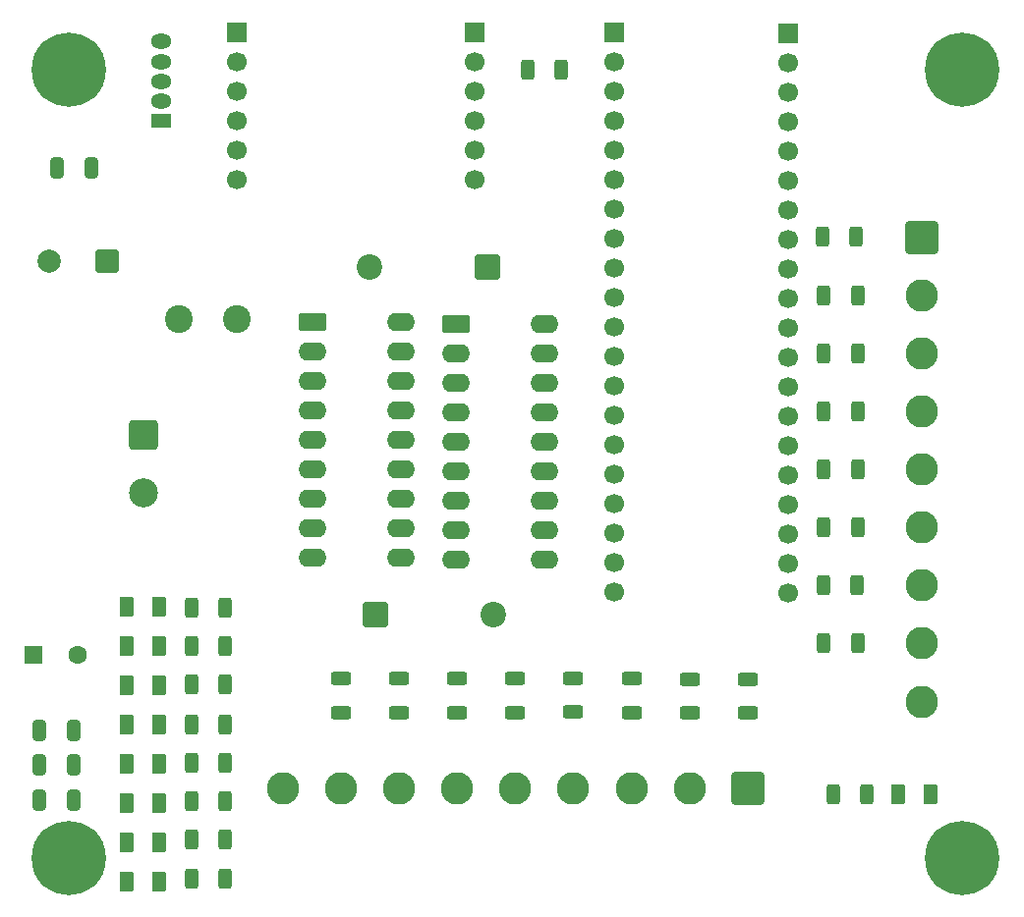
<source format=gbr>
%TF.GenerationSoftware,KiCad,Pcbnew,9.0.4-1.fc42*%
%TF.CreationDate,2025-10-01T21:15:53+08:00*%
%TF.ProjectId,lan_outlet,6c616e5f-6f75-4746-9c65-742e6b696361,rev?*%
%TF.SameCoordinates,Original*%
%TF.FileFunction,Soldermask,Top*%
%TF.FilePolarity,Negative*%
%FSLAX46Y46*%
G04 Gerber Fmt 4.6, Leading zero omitted, Abs format (unit mm)*
G04 Created by KiCad (PCBNEW 9.0.4-1.fc42) date 2025-10-01 21:15:53*
%MOMM*%
%LPD*%
G01*
G04 APERTURE LIST*
G04 Aperture macros list*
%AMRoundRect*
0 Rectangle with rounded corners*
0 $1 Rounding radius*
0 $2 $3 $4 $5 $6 $7 $8 $9 X,Y pos of 4 corners*
0 Add a 4 corners polygon primitive as box body*
4,1,4,$2,$3,$4,$5,$6,$7,$8,$9,$2,$3,0*
0 Add four circle primitives for the rounded corners*
1,1,$1+$1,$2,$3*
1,1,$1+$1,$4,$5*
1,1,$1+$1,$6,$7*
1,1,$1+$1,$8,$9*
0 Add four rect primitives between the rounded corners*
20,1,$1+$1,$2,$3,$4,$5,0*
20,1,$1+$1,$4,$5,$6,$7,0*
20,1,$1+$1,$6,$7,$8,$9,0*
20,1,$1+$1,$8,$9,$2,$3,0*%
G04 Aperture macros list end*
%ADD10RoundRect,0.250000X0.375000X0.625000X-0.375000X0.625000X-0.375000X-0.625000X0.375000X-0.625000X0*%
%ADD11RoundRect,0.250000X-0.312500X-0.625000X0.312500X-0.625000X0.312500X0.625000X-0.312500X0.625000X0*%
%ADD12RoundRect,0.250000X-0.325000X-0.650000X0.325000X-0.650000X0.325000X0.650000X-0.325000X0.650000X0*%
%ADD13C,6.400000*%
%ADD14R,1.700000X1.700000*%
%ADD15C,1.700000*%
%ADD16RoundRect,0.250000X-0.950000X-0.550000X0.950000X-0.550000X0.950000X0.550000X-0.950000X0.550000X0*%
%ADD17O,2.400000X1.600000*%
%ADD18R,1.800000X1.275000*%
%ADD19O,1.800000X1.275000*%
%ADD20RoundRect,0.250000X0.312500X0.625000X-0.312500X0.625000X-0.312500X-0.625000X0.312500X-0.625000X0*%
%ADD21C,2.400000*%
%ADD22RoundRect,0.250001X1.149999X1.149999X-1.149999X1.149999X-1.149999X-1.149999X1.149999X-1.149999X0*%
%ADD23C,2.800000*%
%ADD24RoundRect,0.250001X-1.149999X1.149999X-1.149999X-1.149999X1.149999X-1.149999X1.149999X1.149999X0*%
%ADD25RoundRect,0.250000X-1.000000X1.000000X-1.000000X-1.000000X1.000000X-1.000000X1.000000X1.000000X0*%
%ADD26C,2.500000*%
%ADD27RoundRect,0.250000X-0.625000X0.312500X-0.625000X-0.312500X0.625000X-0.312500X0.625000X0.312500X0*%
%ADD28RoundRect,0.250000X-0.375000X-0.625000X0.375000X-0.625000X0.375000X0.625000X-0.375000X0.625000X0*%
%ADD29RoundRect,0.249999X-0.850001X-0.850001X0.850001X-0.850001X0.850001X0.850001X-0.850001X0.850001X0*%
%ADD30C,2.200000*%
%ADD31RoundRect,0.249999X0.850001X0.850001X-0.850001X0.850001X-0.850001X-0.850001X0.850001X-0.850001X0*%
%ADD32RoundRect,0.250000X-0.550000X-0.550000X0.550000X-0.550000X0.550000X0.550000X-0.550000X0.550000X0*%
%ADD33C,1.600000*%
%ADD34RoundRect,0.250000X0.750000X0.750000X-0.750000X0.750000X-0.750000X-0.750000X0.750000X-0.750000X0*%
%ADD35C,2.000000*%
%ADD36RoundRect,0.250000X0.325000X0.650000X-0.325000X0.650000X-0.325000X-0.650000X0.325000X-0.650000X0*%
G04 APERTURE END LIST*
D10*
%TO.C,D3*%
X172000000Y-126000000D03*
X174800000Y-126000000D03*
%TD*%
D11*
%TO.C,R2*%
X169300000Y-126000000D03*
X166375000Y-126000000D03*
%TD*%
D12*
%TO.C,C4*%
X100975000Y-123500000D03*
X98025000Y-123500000D03*
%TD*%
%TO.C,C3*%
X100975000Y-120500000D03*
X98025000Y-120500000D03*
%TD*%
%TO.C,C5*%
X100975000Y-126500000D03*
X98025000Y-126500000D03*
%TD*%
D13*
%TO.C,H4*%
X177500000Y-131500000D03*
%TD*%
%TO.C,H3*%
X100500000Y-131500000D03*
%TD*%
%TO.C,H2*%
X177500000Y-63500000D03*
%TD*%
%TO.C,H1*%
X100500000Y-63500000D03*
%TD*%
D14*
%TO.C,W5500_right1*%
X135500000Y-60300000D03*
D15*
X135500000Y-62840000D03*
X135500000Y-65380000D03*
X135500000Y-67920000D03*
X135500000Y-70460000D03*
X135500000Y-73000000D03*
%TD*%
D14*
%TO.C,W5500_left1*%
X115000000Y-60260000D03*
D15*
X115000000Y-62800000D03*
X115000000Y-65340000D03*
X115000000Y-67880000D03*
X115000000Y-70420000D03*
X115000000Y-72960000D03*
%TD*%
D16*
%TO.C,U3*%
X121500000Y-85260000D03*
D17*
X121500000Y-87800000D03*
X121500000Y-90340000D03*
X121500000Y-92880000D03*
X121500000Y-95420000D03*
X121500000Y-97960000D03*
X121500000Y-100500000D03*
X121500000Y-103040000D03*
X121500000Y-105580000D03*
X129120000Y-105580000D03*
X129120000Y-103040000D03*
X129120000Y-100500000D03*
X129120000Y-97960000D03*
X129120000Y-95420000D03*
X129120000Y-92880000D03*
X129120000Y-90340000D03*
X129120000Y-87800000D03*
X129120000Y-85260000D03*
%TD*%
D16*
%TO.C,U2*%
X133880000Y-85420000D03*
D17*
X133880000Y-87960000D03*
X133880000Y-90500000D03*
X133880000Y-93040000D03*
X133880000Y-95580000D03*
X133880000Y-98120000D03*
X133880000Y-100660000D03*
X133880000Y-103200000D03*
X133880000Y-105740000D03*
X141500000Y-105740000D03*
X141500000Y-103200000D03*
X141500000Y-100660000D03*
X141500000Y-98120000D03*
X141500000Y-95580000D03*
X141500000Y-93040000D03*
X141500000Y-90500000D03*
X141500000Y-87960000D03*
X141500000Y-85420000D03*
%TD*%
D18*
%TO.C,U1*%
X108450000Y-67900000D03*
D19*
X108450000Y-66200000D03*
X108450000Y-64500000D03*
X108450000Y-62800000D03*
X108450000Y-61100000D03*
%TD*%
D20*
%TO.C,R10*%
X114000000Y-133240000D03*
X111075000Y-133240000D03*
%TD*%
%TO.C,R9*%
X114000000Y-129930000D03*
X111075000Y-129930000D03*
%TD*%
%TO.C,R8*%
X114000000Y-126620000D03*
X111075000Y-126620000D03*
%TD*%
%TO.C,R7*%
X114000000Y-123310000D03*
X111075000Y-123310000D03*
%TD*%
%TO.C,R6*%
X114000000Y-120000000D03*
X111075000Y-120000000D03*
%TD*%
%TO.C,R5*%
X114000000Y-116500000D03*
X111075000Y-116500000D03*
%TD*%
%TO.C,R4*%
X114000000Y-113190000D03*
X111075000Y-113190000D03*
%TD*%
%TO.C,R3*%
X114000000Y-109880000D03*
X111075000Y-109880000D03*
%TD*%
D11*
%TO.C,R1*%
X140037500Y-63500000D03*
X142962500Y-63500000D03*
%TD*%
D21*
%TO.C,L1*%
X110000000Y-85000000D03*
X115000000Y-85000000D03*
%TD*%
D22*
%TO.C,J3*%
X159000000Y-125500000D03*
D23*
X154000000Y-125500000D03*
X149000000Y-125500000D03*
X144000000Y-125500000D03*
X139000000Y-125500000D03*
X134000000Y-125500000D03*
X129000000Y-125500000D03*
X124000000Y-125500000D03*
X119000000Y-125500000D03*
%TD*%
D24*
%TO.C,J2*%
X174000000Y-78000000D03*
D23*
X174000000Y-83000000D03*
X174000000Y-88000000D03*
X174000000Y-93000000D03*
X174000000Y-98000000D03*
X174000000Y-103000000D03*
X174000000Y-108000000D03*
X174000000Y-113000000D03*
X174000000Y-118000000D03*
%TD*%
D25*
%TO.C,J1*%
X107000000Y-95000000D03*
D26*
X107000000Y-100000000D03*
%TD*%
D11*
%TO.C,F16*%
X165575000Y-113000000D03*
X168500000Y-113000000D03*
%TD*%
%TO.C,F15*%
X165537500Y-108000000D03*
X168462500Y-108000000D03*
%TD*%
%TO.C,F14*%
X165575000Y-103000000D03*
X168500000Y-103000000D03*
%TD*%
%TO.C,F13*%
X165575000Y-98000000D03*
X168500000Y-98000000D03*
%TD*%
%TO.C,F12*%
X165575000Y-93000000D03*
X168500000Y-93000000D03*
%TD*%
%TO.C,F11*%
X165575000Y-88000000D03*
X168500000Y-88000000D03*
%TD*%
%TO.C,F10*%
X165575000Y-83000000D03*
X168500000Y-83000000D03*
%TD*%
%TO.C,F9*%
X165441770Y-77944009D03*
X168366770Y-77944009D03*
%TD*%
D27*
%TO.C,F8*%
X124000000Y-116037500D03*
X124000000Y-118962500D03*
%TD*%
%TO.C,F7*%
X129000000Y-116037500D03*
X129000000Y-118962500D03*
%TD*%
%TO.C,F6*%
X134000000Y-116037500D03*
X134000000Y-118962500D03*
%TD*%
%TO.C,F5*%
X139000000Y-116037500D03*
X139000000Y-118962500D03*
%TD*%
%TO.C,F4*%
X144000000Y-116000000D03*
X144000000Y-118925000D03*
%TD*%
%TO.C,F3*%
X149000000Y-116037500D03*
X149000000Y-118962500D03*
%TD*%
%TO.C,F2*%
X154000000Y-116075000D03*
X154000000Y-119000000D03*
%TD*%
%TO.C,F1*%
X159000000Y-116075000D03*
X159000000Y-119000000D03*
%TD*%
D28*
%TO.C,D11*%
X105500000Y-133560000D03*
X108300000Y-133560000D03*
%TD*%
%TO.C,D10*%
X105500000Y-130170000D03*
X108300000Y-130170000D03*
%TD*%
%TO.C,D9*%
X105500000Y-126780000D03*
X108300000Y-126780000D03*
%TD*%
%TO.C,D8*%
X105500000Y-123390000D03*
X108300000Y-123390000D03*
%TD*%
%TO.C,D7*%
X105500000Y-120000000D03*
X108300000Y-120000000D03*
%TD*%
%TO.C,D6*%
X105500000Y-116610000D03*
X108300000Y-116610000D03*
%TD*%
%TO.C,D5*%
X105500000Y-113220000D03*
X108300000Y-113220000D03*
%TD*%
%TO.C,D4*%
X105500000Y-109830000D03*
X108300000Y-109830000D03*
%TD*%
D29*
%TO.C,D2*%
X126920000Y-110500000D03*
D30*
X137080000Y-110500000D03*
%TD*%
D31*
%TO.C,D1*%
X136580000Y-80500000D03*
D30*
X126420000Y-80500000D03*
%TD*%
D32*
%TO.C,C6*%
X97500000Y-114000000D03*
D33*
X101300000Y-114000000D03*
%TD*%
D34*
%TO.C,C2*%
X103867677Y-80000000D03*
D35*
X98867677Y-80000000D03*
%TD*%
D36*
%TO.C,C1*%
X102450000Y-72000000D03*
X99500000Y-72000000D03*
%TD*%
D14*
%TO.C,Black_pill_right1*%
X162500000Y-60420000D03*
D15*
X162500000Y-62960000D03*
X162500000Y-65500000D03*
X162500000Y-68040000D03*
X162500000Y-70580000D03*
X162500000Y-73120000D03*
X162500000Y-75660000D03*
X162500000Y-78200000D03*
X162500000Y-80740000D03*
X162500000Y-83280000D03*
X162500000Y-85820000D03*
X162500000Y-88360000D03*
X162500000Y-90900000D03*
X162500000Y-93440000D03*
X162500000Y-95980000D03*
X162500000Y-98520000D03*
X162500000Y-101060000D03*
X162500000Y-103600000D03*
X162500000Y-106140000D03*
X162500000Y-108680000D03*
%TD*%
D14*
%TO.C,Black_pill_left1*%
X147500000Y-60340000D03*
D15*
X147500000Y-62880000D03*
X147500000Y-65420000D03*
X147500000Y-67960000D03*
X147500000Y-70500000D03*
X147500000Y-73040000D03*
X147500000Y-75580000D03*
X147500000Y-78120000D03*
X147500000Y-80660000D03*
X147500000Y-83200000D03*
X147500000Y-85740000D03*
X147500000Y-88280000D03*
X147500000Y-90820000D03*
X147500000Y-93360000D03*
X147500000Y-95900000D03*
X147500000Y-98440000D03*
X147500000Y-100980000D03*
X147500000Y-103520000D03*
X147500000Y-106060000D03*
X147500000Y-108600000D03*
%TD*%
M02*

</source>
